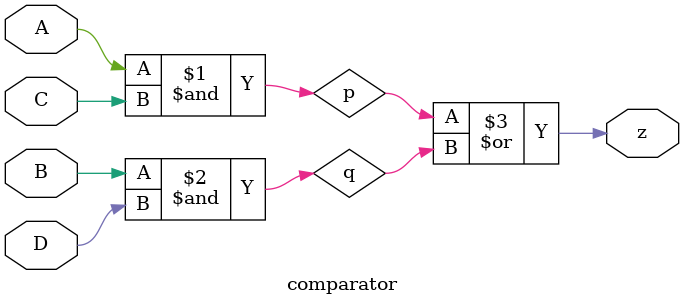
<source format=v>
module comparator(
    input A,
    input B,
    input C,
    input D,
    output z
);
wire p,q;

and(p,A,C);
and(q,B,D);
or(z,p,q);

endmodule
</source>
